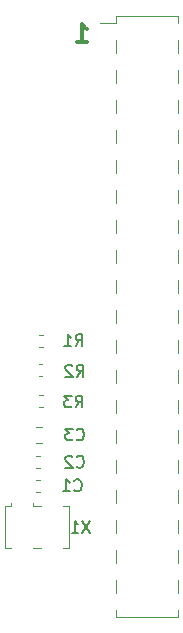
<source format=gbo>
%TF.GenerationSoftware,KiCad,Pcbnew,5.0.2-bee76a0~70~ubuntu18.04.1*%
%TF.CreationDate,2019-03-26T11:43:16+00:00*%
%TF.ProjectId,enclustra_clockpcb,656e636c-7573-4747-9261-5f636c6f636b,rev?*%
%TF.SameCoordinates,Original*%
%TF.FileFunction,Legend,Bot*%
%TF.FilePolarity,Positive*%
%FSLAX46Y46*%
G04 Gerber Fmt 4.6, Leading zero omitted, Abs format (unit mm)*
G04 Created by KiCad (PCBNEW 5.0.2-bee76a0~70~ubuntu18.04.1) date Tue 26 Mar 2019 11:43:16 GMT*
%MOMM*%
%LPD*%
G01*
G04 APERTURE LIST*
%ADD10C,0.300000*%
%ADD11C,0.120000*%
%ADD12C,0.150000*%
G04 APERTURE END LIST*
D10*
X104171428Y-80378571D02*
X105028571Y-80378571D01*
X104600000Y-80378571D02*
X104600000Y-78878571D01*
X104742857Y-79092857D01*
X104885714Y-79235714D01*
X105028571Y-79307142D01*
D11*
X100724721Y-117490000D02*
X101050279Y-117490000D01*
X100724721Y-118510000D02*
X101050279Y-118510000D01*
X100749721Y-116510000D02*
X101075279Y-116510000D01*
X100749721Y-115490000D02*
X101075279Y-115490000D01*
X100741422Y-114410000D02*
X101258578Y-114410000D01*
X100741422Y-112990000D02*
X101258578Y-112990000D01*
X101275279Y-105190000D02*
X100949721Y-105190000D01*
X101275279Y-106210000D02*
X100949721Y-106210000D01*
X101262779Y-108710000D02*
X100937221Y-108710000D01*
X101262779Y-107690000D02*
X100937221Y-107690000D01*
X101275279Y-110290000D02*
X100949721Y-110290000D01*
X101275279Y-111310000D02*
X100949721Y-111310000D01*
X102970000Y-123300000D02*
X103500000Y-123300000D01*
X103500000Y-123300000D02*
X103500000Y-119700000D01*
X103500000Y-119700000D02*
X102970000Y-119700000D01*
X100430000Y-123300000D02*
X101170000Y-123300000D01*
X98630000Y-119460000D02*
X98630000Y-119700000D01*
X98630000Y-119700000D02*
X98100000Y-119700000D01*
X98100000Y-119700000D02*
X98100000Y-123300000D01*
X98100000Y-123300000D02*
X98630000Y-123300000D01*
X101170000Y-119700000D02*
X100430000Y-119700000D01*
X100430000Y-119700000D02*
X100430000Y-119460000D01*
X112725001Y-78198833D02*
X107525001Y-78198833D01*
X107525001Y-78198833D02*
X107525001Y-78768833D01*
X107525001Y-80288833D02*
X107525001Y-81308833D01*
X107525001Y-82828833D02*
X107525001Y-83848833D01*
X107525001Y-85368833D02*
X107525001Y-86388833D01*
X107525001Y-87908833D02*
X107525001Y-88928833D01*
X107525001Y-90448833D02*
X107525001Y-91468833D01*
X107525001Y-92988833D02*
X107525001Y-94008833D01*
X107525001Y-95528833D02*
X107525001Y-96548833D01*
X107525001Y-98068833D02*
X107525001Y-99088833D01*
X107525001Y-100608833D02*
X107525001Y-101628833D01*
X107525001Y-103148833D02*
X107525001Y-104168833D01*
X107525001Y-105688833D02*
X107525001Y-106708833D01*
X107525001Y-108228833D02*
X107525001Y-109248833D01*
X107525001Y-110768833D02*
X107525001Y-111788833D01*
X107525001Y-113308833D02*
X107525001Y-114328833D01*
X107525001Y-115848833D02*
X107525001Y-116868833D01*
X107525001Y-118388833D02*
X107525001Y-119408833D01*
X107525001Y-120928833D02*
X107525001Y-121948833D01*
X107525001Y-123468833D02*
X107525001Y-124488833D01*
X107525001Y-126008833D02*
X107525001Y-127028833D01*
X107525001Y-128548833D02*
X107525001Y-129118833D01*
X112725001Y-129118833D02*
X107525001Y-129118833D01*
X112725001Y-78198833D02*
X112725001Y-78768833D01*
X112725001Y-80288833D02*
X112725001Y-81308833D01*
X112725001Y-82828833D02*
X112725001Y-83848833D01*
X112725001Y-85368833D02*
X112725001Y-86388833D01*
X112725001Y-87908833D02*
X112725001Y-88928833D01*
X112725001Y-90448833D02*
X112725001Y-91468833D01*
X112725001Y-92988833D02*
X112725001Y-94008833D01*
X112725001Y-95528833D02*
X112725001Y-96548833D01*
X112725001Y-98068833D02*
X112725001Y-99088833D01*
X112725001Y-100608833D02*
X112725001Y-101628833D01*
X112725001Y-103148833D02*
X112725001Y-104168833D01*
X112725001Y-105688833D02*
X112725001Y-106708833D01*
X112725001Y-108228833D02*
X112725001Y-109248833D01*
X112725001Y-110768833D02*
X112725001Y-111788833D01*
X112725001Y-113308833D02*
X112725001Y-114328833D01*
X112725001Y-115848833D02*
X112725001Y-116868833D01*
X112725001Y-118388833D02*
X112725001Y-119408833D01*
X112725001Y-120928833D02*
X112725001Y-121948833D01*
X112725001Y-123468833D02*
X112725001Y-124488833D01*
X112725001Y-126008833D02*
X112725001Y-127028833D01*
X112725001Y-128548833D02*
X112725001Y-129118833D01*
X107525001Y-78768833D02*
X106165001Y-78768833D01*
D12*
X103966666Y-118357142D02*
X104014285Y-118404761D01*
X104157142Y-118452380D01*
X104252380Y-118452380D01*
X104395238Y-118404761D01*
X104490476Y-118309523D01*
X104538095Y-118214285D01*
X104585714Y-118023809D01*
X104585714Y-117880952D01*
X104538095Y-117690476D01*
X104490476Y-117595238D01*
X104395238Y-117500000D01*
X104252380Y-117452380D01*
X104157142Y-117452380D01*
X104014285Y-117500000D01*
X103966666Y-117547619D01*
X103014285Y-118452380D02*
X103585714Y-118452380D01*
X103300000Y-118452380D02*
X103300000Y-117452380D01*
X103395238Y-117595238D01*
X103490476Y-117690476D01*
X103585714Y-117738095D01*
X104166666Y-116357142D02*
X104214285Y-116404761D01*
X104357142Y-116452380D01*
X104452380Y-116452380D01*
X104595238Y-116404761D01*
X104690476Y-116309523D01*
X104738095Y-116214285D01*
X104785714Y-116023809D01*
X104785714Y-115880952D01*
X104738095Y-115690476D01*
X104690476Y-115595238D01*
X104595238Y-115500000D01*
X104452380Y-115452380D01*
X104357142Y-115452380D01*
X104214285Y-115500000D01*
X104166666Y-115547619D01*
X103785714Y-115547619D02*
X103738095Y-115500000D01*
X103642857Y-115452380D01*
X103404761Y-115452380D01*
X103309523Y-115500000D01*
X103261904Y-115547619D01*
X103214285Y-115642857D01*
X103214285Y-115738095D01*
X103261904Y-115880952D01*
X103833333Y-116452380D01*
X103214285Y-116452380D01*
X104166666Y-114057142D02*
X104214285Y-114104761D01*
X104357142Y-114152380D01*
X104452380Y-114152380D01*
X104595238Y-114104761D01*
X104690476Y-114009523D01*
X104738095Y-113914285D01*
X104785714Y-113723809D01*
X104785714Y-113580952D01*
X104738095Y-113390476D01*
X104690476Y-113295238D01*
X104595238Y-113200000D01*
X104452380Y-113152380D01*
X104357142Y-113152380D01*
X104214285Y-113200000D01*
X104166666Y-113247619D01*
X103833333Y-113152380D02*
X103214285Y-113152380D01*
X103547619Y-113533333D01*
X103404761Y-113533333D01*
X103309523Y-113580952D01*
X103261904Y-113628571D01*
X103214285Y-113723809D01*
X103214285Y-113961904D01*
X103261904Y-114057142D01*
X103309523Y-114104761D01*
X103404761Y-114152380D01*
X103690476Y-114152380D01*
X103785714Y-114104761D01*
X103833333Y-114057142D01*
X104066666Y-106152380D02*
X104400000Y-105676190D01*
X104638095Y-106152380D02*
X104638095Y-105152380D01*
X104257142Y-105152380D01*
X104161904Y-105200000D01*
X104114285Y-105247619D01*
X104066666Y-105342857D01*
X104066666Y-105485714D01*
X104114285Y-105580952D01*
X104161904Y-105628571D01*
X104257142Y-105676190D01*
X104638095Y-105676190D01*
X103114285Y-106152380D02*
X103685714Y-106152380D01*
X103400000Y-106152380D02*
X103400000Y-105152380D01*
X103495238Y-105295238D01*
X103590476Y-105390476D01*
X103685714Y-105438095D01*
X104166666Y-108752380D02*
X104500000Y-108276190D01*
X104738095Y-108752380D02*
X104738095Y-107752380D01*
X104357142Y-107752380D01*
X104261904Y-107800000D01*
X104214285Y-107847619D01*
X104166666Y-107942857D01*
X104166666Y-108085714D01*
X104214285Y-108180952D01*
X104261904Y-108228571D01*
X104357142Y-108276190D01*
X104738095Y-108276190D01*
X103785714Y-107847619D02*
X103738095Y-107800000D01*
X103642857Y-107752380D01*
X103404761Y-107752380D01*
X103309523Y-107800000D01*
X103261904Y-107847619D01*
X103214285Y-107942857D01*
X103214285Y-108038095D01*
X103261904Y-108180952D01*
X103833333Y-108752380D01*
X103214285Y-108752380D01*
X104066666Y-111352380D02*
X104400000Y-110876190D01*
X104638095Y-111352380D02*
X104638095Y-110352380D01*
X104257142Y-110352380D01*
X104161904Y-110400000D01*
X104114285Y-110447619D01*
X104066666Y-110542857D01*
X104066666Y-110685714D01*
X104114285Y-110780952D01*
X104161904Y-110828571D01*
X104257142Y-110876190D01*
X104638095Y-110876190D01*
X103733333Y-110352380D02*
X103114285Y-110352380D01*
X103447619Y-110733333D01*
X103304761Y-110733333D01*
X103209523Y-110780952D01*
X103161904Y-110828571D01*
X103114285Y-110923809D01*
X103114285Y-111161904D01*
X103161904Y-111257142D01*
X103209523Y-111304761D01*
X103304761Y-111352380D01*
X103590476Y-111352380D01*
X103685714Y-111304761D01*
X103733333Y-111257142D01*
X105309523Y-120952380D02*
X104642857Y-121952380D01*
X104642857Y-120952380D02*
X105309523Y-121952380D01*
X103738095Y-121952380D02*
X104309523Y-121952380D01*
X104023809Y-121952380D02*
X104023809Y-120952380D01*
X104119047Y-121095238D01*
X104214285Y-121190476D01*
X104309523Y-121238095D01*
M02*

</source>
